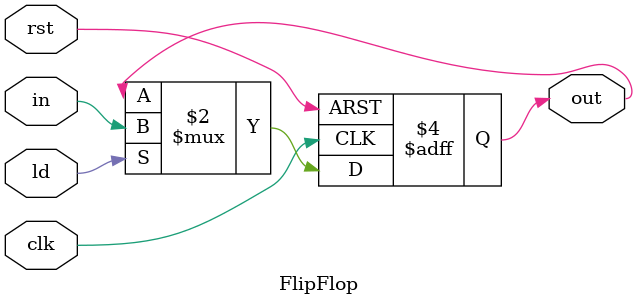
<source format=v>
module FlipFlop (rst, clk, ld, in, out);

	input rst, clk;
	input ld;
	input in;
	
	output reg out;
	
	always @(posedge clk, posedge rst)
		begin
			if (rst)
				out <= 1'b0;
			else if (ld)
				out <= in;

		end

endmodule

</source>
